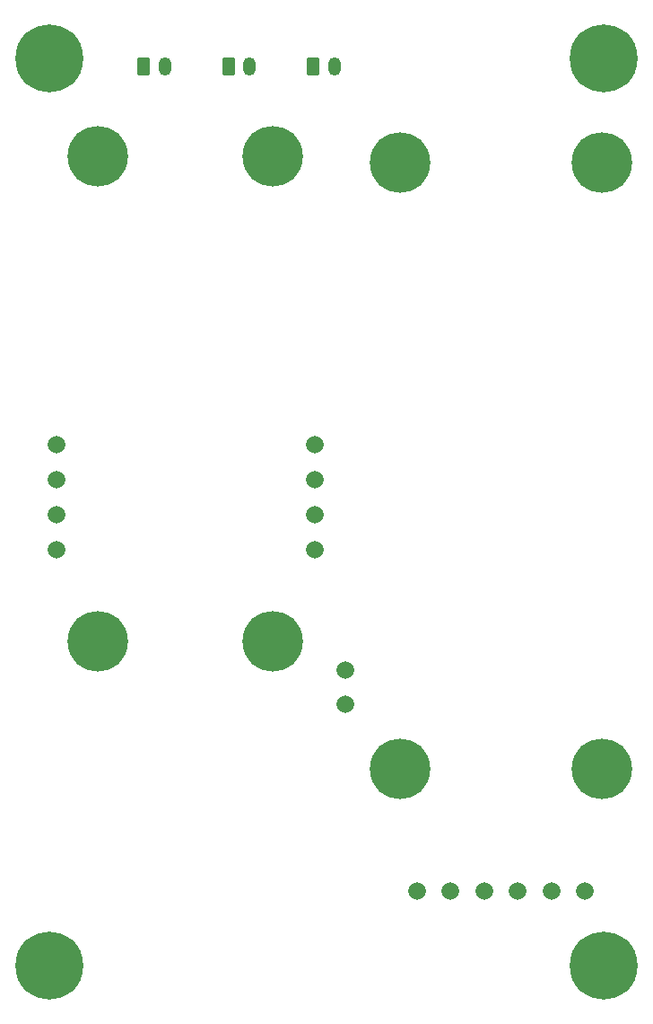
<source format=gbr>
%TF.GenerationSoftware,KiCad,Pcbnew,6.0.1*%
%TF.CreationDate,2022-02-10T21:41:44-06:00*%
%TF.ProjectId,ALTIMETER_HOLDER,414c5449-4d45-4544-9552-5f484f4c4445,rev?*%
%TF.SameCoordinates,Original*%
%TF.FileFunction,Soldermask,Bot*%
%TF.FilePolarity,Negative*%
%FSLAX46Y46*%
G04 Gerber Fmt 4.6, Leading zero omitted, Abs format (unit mm)*
G04 Created by KiCad (PCBNEW 6.0.1) date 2022-02-10 21:41:44*
%MOMM*%
%LPD*%
G01*
G04 APERTURE LIST*
G04 Aperture macros list*
%AMRoundRect*
0 Rectangle with rounded corners*
0 $1 Rounding radius*
0 $2 $3 $4 $5 $6 $7 $8 $9 X,Y pos of 4 corners*
0 Add a 4 corners polygon primitive as box body*
4,1,4,$2,$3,$4,$5,$6,$7,$8,$9,$2,$3,0*
0 Add four circle primitives for the rounded corners*
1,1,$1+$1,$2,$3*
1,1,$1+$1,$4,$5*
1,1,$1+$1,$6,$7*
1,1,$1+$1,$8,$9*
0 Add four rect primitives between the rounded corners*
20,1,$1+$1,$2,$3,$4,$5,0*
20,1,$1+$1,$4,$5,$6,$7,0*
20,1,$1+$1,$6,$7,$8,$9,0*
20,1,$1+$1,$8,$9,$2,$3,0*%
G04 Aperture macros list end*
%ADD10C,6.400000*%
%ADD11RoundRect,0.250000X-0.350000X-0.625000X0.350000X-0.625000X0.350000X0.625000X-0.350000X0.625000X0*%
%ADD12O,1.200000X1.750000*%
%ADD13C,1.660000*%
%ADD14C,3.600000*%
%ADD15C,5.700000*%
G04 APERTURE END LIST*
D10*
%TO.C,REF\u002A\u002A*%
X55800000Y-3500000D03*
%TD*%
D11*
%TO.C,J3*%
X28400000Y-4250000D03*
D12*
X30400000Y-4250000D03*
%TD*%
D13*
%TO.C,A2*%
X4162000Y-39918000D03*
X4162000Y-43220000D03*
X4162000Y-46522000D03*
X4162000Y-49824000D03*
X28538000Y-39918000D03*
X28538000Y-43220000D03*
X28538000Y-46522000D03*
X28538000Y-49824000D03*
D14*
X24605000Y-12740000D03*
D15*
X24605000Y-58460000D03*
D14*
X8095000Y-58460000D03*
D15*
X8095000Y-58460000D03*
X8095000Y-12740000D03*
D14*
X24605000Y-58460000D03*
D15*
X24605000Y-12740000D03*
D14*
X8095000Y-12740000D03*
%TD*%
D11*
%TO.C,J1*%
X12400000Y-4250000D03*
D12*
X14400000Y-4250000D03*
%TD*%
D10*
%TO.C,REF\u002A\u002A*%
X3500000Y-3500000D03*
%TD*%
%TO.C,REF\u002A\u002A*%
X55800000Y-89000000D03*
%TD*%
%TO.C,REF\u002A\u002A*%
X3500000Y-89000000D03*
%TD*%
D11*
%TO.C,J2*%
X20400000Y-4250000D03*
D12*
X22400000Y-4250000D03*
%TD*%
D13*
%TO.C,A1*%
X31400000Y-61140900D03*
X31400000Y-64315900D03*
X38162500Y-81975000D03*
X41337500Y-81975000D03*
X44512500Y-81975000D03*
X47687500Y-81975000D03*
X50862500Y-81975000D03*
X54037500Y-81975000D03*
D14*
X36575000Y-70475400D03*
D15*
X36575000Y-70475400D03*
D14*
X55625000Y-13325400D03*
D15*
X55625000Y-13325400D03*
D14*
X55625000Y-70475400D03*
D15*
X36575000Y-13325400D03*
D14*
X36575000Y-13325400D03*
D15*
X55625000Y-70475400D03*
%TD*%
M02*

</source>
